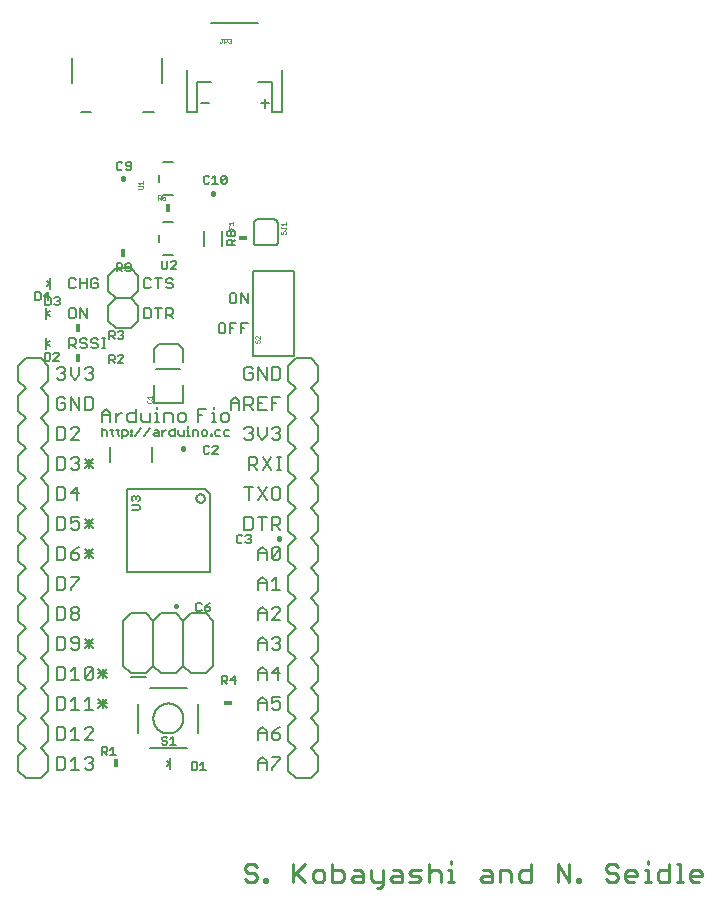
<source format=gbr>
G04 EAGLE Gerber RS-274X export*
G75*
%MOMM*%
%FSLAX34Y34*%
%LPD*%
%INSilkscreen Top*%
%IPPOS*%
%AMOC8*
5,1,8,0,0,1.08239X$1,22.5*%
G01*
%ADD10C,0.203200*%
%ADD11C,0.152400*%
%ADD12C,0.127000*%
%ADD13C,0.279400*%
%ADD14C,0.406400*%
%ADD15R,0.406400X0.711200*%
%ADD16R,0.711200X0.406400*%
%ADD17C,0.025400*%


D10*
X32766Y297443D02*
X32766Y286766D01*
X38105Y286766D01*
X39884Y288546D01*
X39884Y295664D01*
X38105Y297443D01*
X32766Y297443D01*
X44460Y286766D02*
X51578Y286766D01*
X44460Y286766D02*
X51578Y293884D01*
X51578Y295664D01*
X49799Y297443D01*
X46239Y297443D01*
X44460Y295664D01*
X32766Y272043D02*
X32766Y261366D01*
X38105Y261366D01*
X39884Y263146D01*
X39884Y270264D01*
X38105Y272043D01*
X32766Y272043D01*
X44460Y270264D02*
X46239Y272043D01*
X49799Y272043D01*
X51578Y270264D01*
X51578Y268484D01*
X49799Y266705D01*
X48019Y266705D01*
X49799Y266705D02*
X51578Y264925D01*
X51578Y263146D01*
X49799Y261366D01*
X46239Y261366D01*
X44460Y263146D01*
X56154Y270264D02*
X63272Y263146D01*
X56154Y263146D02*
X63272Y270264D01*
X63272Y266705D02*
X56154Y266705D01*
X59713Y263146D02*
X59713Y270264D01*
X32766Y246643D02*
X32766Y235966D01*
X38105Y235966D01*
X39884Y237746D01*
X39884Y244864D01*
X38105Y246643D01*
X32766Y246643D01*
X49799Y246643D02*
X49799Y235966D01*
X44460Y241305D02*
X49799Y246643D01*
X51578Y241305D02*
X44460Y241305D01*
X32766Y221243D02*
X32766Y210566D01*
X38105Y210566D01*
X39884Y212346D01*
X39884Y219464D01*
X38105Y221243D01*
X32766Y221243D01*
X44460Y221243D02*
X51578Y221243D01*
X44460Y221243D02*
X44460Y215905D01*
X48019Y217684D01*
X49799Y217684D01*
X51578Y215905D01*
X51578Y212346D01*
X49799Y210566D01*
X46239Y210566D01*
X44460Y212346D01*
X56154Y219464D02*
X63272Y212346D01*
X56154Y212346D02*
X63272Y219464D01*
X63272Y215905D02*
X56154Y215905D01*
X59713Y212346D02*
X59713Y219464D01*
X32766Y195843D02*
X32766Y185166D01*
X38105Y185166D01*
X39884Y186946D01*
X39884Y194064D01*
X38105Y195843D01*
X32766Y195843D01*
X48019Y194064D02*
X51578Y195843D01*
X48019Y194064D02*
X44460Y190505D01*
X44460Y186946D01*
X46239Y185166D01*
X49799Y185166D01*
X51578Y186946D01*
X51578Y188725D01*
X49799Y190505D01*
X44460Y190505D01*
X56154Y194064D02*
X63272Y186946D01*
X56154Y186946D02*
X63272Y194064D01*
X63272Y190505D02*
X56154Y190505D01*
X59713Y186946D02*
X59713Y194064D01*
X32766Y170443D02*
X32766Y159766D01*
X38105Y159766D01*
X39884Y161546D01*
X39884Y168664D01*
X38105Y170443D01*
X32766Y170443D01*
X44460Y170443D02*
X51578Y170443D01*
X51578Y168664D01*
X44460Y161546D01*
X44460Y159766D01*
X32766Y145043D02*
X32766Y134366D01*
X38105Y134366D01*
X39884Y136146D01*
X39884Y143264D01*
X38105Y145043D01*
X32766Y145043D01*
X44460Y143264D02*
X46239Y145043D01*
X49799Y145043D01*
X51578Y143264D01*
X51578Y141484D01*
X49799Y139705D01*
X51578Y137925D01*
X51578Y136146D01*
X49799Y134366D01*
X46239Y134366D01*
X44460Y136146D01*
X44460Y137925D01*
X46239Y139705D01*
X44460Y141484D01*
X44460Y143264D01*
X46239Y139705D02*
X49799Y139705D01*
X32766Y119643D02*
X32766Y108966D01*
X38105Y108966D01*
X39884Y110746D01*
X39884Y117864D01*
X38105Y119643D01*
X32766Y119643D01*
X44460Y110746D02*
X46239Y108966D01*
X49799Y108966D01*
X51578Y110746D01*
X51578Y117864D01*
X49799Y119643D01*
X46239Y119643D01*
X44460Y117864D01*
X44460Y116084D01*
X46239Y114305D01*
X51578Y114305D01*
X56154Y117864D02*
X63272Y110746D01*
X56154Y110746D02*
X63272Y117864D01*
X63272Y114305D02*
X56154Y114305D01*
X59713Y110746D02*
X59713Y117864D01*
X32766Y94243D02*
X32766Y83566D01*
X38105Y83566D01*
X39884Y85346D01*
X39884Y92464D01*
X38105Y94243D01*
X32766Y94243D01*
X44460Y90684D02*
X48019Y94243D01*
X48019Y83566D01*
X44460Y83566D02*
X51578Y83566D01*
X56154Y85346D02*
X56154Y92464D01*
X57933Y94243D01*
X61493Y94243D01*
X63272Y92464D01*
X63272Y85346D01*
X61493Y83566D01*
X57933Y83566D01*
X56154Y85346D01*
X63272Y92464D01*
X67848Y92464D02*
X74966Y85346D01*
X67848Y85346D02*
X74966Y92464D01*
X74966Y88905D02*
X67848Y88905D01*
X71407Y85346D02*
X71407Y92464D01*
X32766Y68843D02*
X32766Y58166D01*
X38105Y58166D01*
X39884Y59946D01*
X39884Y67064D01*
X38105Y68843D01*
X32766Y68843D01*
X44460Y65284D02*
X48019Y68843D01*
X48019Y58166D01*
X44460Y58166D02*
X51578Y58166D01*
X56154Y65284D02*
X59713Y68843D01*
X59713Y58166D01*
X56154Y58166D02*
X63272Y58166D01*
X67848Y67064D02*
X74966Y59946D01*
X67848Y59946D02*
X74966Y67064D01*
X74966Y63505D02*
X67848Y63505D01*
X71407Y59946D02*
X71407Y67064D01*
X203053Y185166D02*
X203053Y192284D01*
X206612Y195843D01*
X210171Y192284D01*
X210171Y185166D01*
X210171Y190505D02*
X203053Y190505D01*
X214747Y186946D02*
X214747Y194064D01*
X216527Y195843D01*
X220086Y195843D01*
X221865Y194064D01*
X221865Y186946D01*
X220086Y185166D01*
X216527Y185166D01*
X214747Y186946D01*
X221865Y194064D01*
X203053Y166884D02*
X203053Y159766D01*
X203053Y166884D02*
X206612Y170443D01*
X210171Y166884D01*
X210171Y159766D01*
X210171Y165105D02*
X203053Y165105D01*
X214747Y166884D02*
X218306Y170443D01*
X218306Y159766D01*
X214747Y159766D02*
X221865Y159766D01*
X203053Y141484D02*
X203053Y134366D01*
X203053Y141484D02*
X206612Y145043D01*
X210171Y141484D01*
X210171Y134366D01*
X210171Y139705D02*
X203053Y139705D01*
X214747Y134366D02*
X221865Y134366D01*
X214747Y134366D02*
X221865Y141484D01*
X221865Y143264D01*
X220086Y145043D01*
X216527Y145043D01*
X214747Y143264D01*
X203053Y116084D02*
X203053Y108966D01*
X203053Y116084D02*
X206612Y119643D01*
X210171Y116084D01*
X210171Y108966D01*
X210171Y114305D02*
X203053Y114305D01*
X214747Y117864D02*
X216527Y119643D01*
X220086Y119643D01*
X221865Y117864D01*
X221865Y116084D01*
X220086Y114305D01*
X218306Y114305D01*
X220086Y114305D02*
X221865Y112525D01*
X221865Y110746D01*
X220086Y108966D01*
X216527Y108966D01*
X214747Y110746D01*
X203053Y90684D02*
X203053Y83566D01*
X203053Y90684D02*
X206612Y94243D01*
X210171Y90684D01*
X210171Y83566D01*
X210171Y88905D02*
X203053Y88905D01*
X220086Y94243D02*
X220086Y83566D01*
X214747Y88905D02*
X220086Y94243D01*
X221865Y88905D02*
X214747Y88905D01*
X203053Y65284D02*
X203053Y58166D01*
X203053Y65284D02*
X206612Y68843D01*
X210171Y65284D01*
X210171Y58166D01*
X210171Y63505D02*
X203053Y63505D01*
X214747Y68843D02*
X221865Y68843D01*
X214747Y68843D02*
X214747Y63505D01*
X218306Y65284D01*
X220086Y65284D01*
X221865Y63505D01*
X221865Y59946D01*
X220086Y58166D01*
X216527Y58166D01*
X214747Y59946D01*
X203053Y39884D02*
X203053Y32766D01*
X203053Y39884D02*
X206612Y43443D01*
X210171Y39884D01*
X210171Y32766D01*
X210171Y38105D02*
X203053Y38105D01*
X218306Y41664D02*
X221865Y43443D01*
X218306Y41664D02*
X214747Y38105D01*
X214747Y34546D01*
X216527Y32766D01*
X220086Y32766D01*
X221865Y34546D01*
X221865Y36325D01*
X220086Y38105D01*
X214747Y38105D01*
X203053Y14484D02*
X203053Y7366D01*
X203053Y14484D02*
X206612Y18043D01*
X210171Y14484D01*
X210171Y7366D01*
X210171Y12705D02*
X203053Y12705D01*
X214747Y18043D02*
X221865Y18043D01*
X221865Y16264D01*
X214747Y9146D01*
X214747Y7366D01*
D11*
X46994Y398025D02*
X44113Y398025D01*
X42672Y396585D01*
X42672Y390823D01*
X44113Y389382D01*
X46994Y389382D01*
X48434Y390823D01*
X48434Y396585D01*
X46994Y398025D01*
X52027Y398025D02*
X52027Y389382D01*
X57789Y389382D02*
X52027Y398025D01*
X57789Y398025D02*
X57789Y389382D01*
X42672Y372625D02*
X42672Y363982D01*
X42672Y372625D02*
X46994Y372625D01*
X48434Y371185D01*
X48434Y368304D01*
X46994Y366863D01*
X42672Y366863D01*
X45553Y366863D02*
X48434Y363982D01*
X56349Y372625D02*
X57789Y371185D01*
X56349Y372625D02*
X53468Y372625D01*
X52027Y371185D01*
X52027Y369744D01*
X53468Y368304D01*
X56349Y368304D01*
X57789Y366863D01*
X57789Y365423D01*
X56349Y363982D01*
X53468Y363982D01*
X52027Y365423D01*
X65704Y372625D02*
X67145Y371185D01*
X65704Y372625D02*
X62823Y372625D01*
X61382Y371185D01*
X61382Y369744D01*
X62823Y368304D01*
X65704Y368304D01*
X67145Y366863D01*
X67145Y365423D01*
X65704Y363982D01*
X62823Y363982D01*
X61382Y365423D01*
X70738Y363982D02*
X73619Y363982D01*
X72178Y363982D02*
X72178Y372625D01*
X70738Y372625D02*
X73619Y372625D01*
D10*
X32766Y43443D02*
X32766Y32766D01*
X38105Y32766D01*
X39884Y34546D01*
X39884Y41664D01*
X38105Y43443D01*
X32766Y43443D01*
X44460Y39884D02*
X48019Y43443D01*
X48019Y32766D01*
X44460Y32766D02*
X51578Y32766D01*
X56154Y32766D02*
X63272Y32766D01*
X56154Y32766D02*
X63272Y39884D01*
X63272Y41664D01*
X61493Y43443D01*
X57933Y43443D01*
X56154Y41664D01*
X32766Y18043D02*
X32766Y7366D01*
X38105Y7366D01*
X39884Y9146D01*
X39884Y16264D01*
X38105Y18043D01*
X32766Y18043D01*
X44460Y14484D02*
X48019Y18043D01*
X48019Y7366D01*
X44460Y7366D02*
X51578Y7366D01*
X56154Y16264D02*
X57933Y18043D01*
X61493Y18043D01*
X63272Y16264D01*
X63272Y14484D01*
X61493Y12705D01*
X59713Y12705D01*
X61493Y12705D02*
X63272Y10925D01*
X63272Y9146D01*
X61493Y7366D01*
X57933Y7366D01*
X56154Y9146D01*
D12*
X70485Y290195D02*
X70485Y297059D01*
X71629Y294771D02*
X70485Y293627D01*
X71629Y294771D02*
X73917Y294771D01*
X75061Y293627D01*
X75061Y290195D01*
X79113Y291339D02*
X79113Y295915D01*
X79113Y291339D02*
X80257Y290195D01*
X80257Y294771D02*
X77969Y294771D01*
X84103Y295915D02*
X84103Y291339D01*
X85247Y290195D01*
X85247Y294771D02*
X82959Y294771D01*
X87948Y294771D02*
X87948Y287907D01*
X87948Y294771D02*
X91380Y294771D01*
X92524Y293627D01*
X92524Y291339D01*
X91380Y290195D01*
X87948Y290195D01*
X95432Y294771D02*
X96576Y294771D01*
X96576Y293627D01*
X95432Y293627D01*
X95432Y294771D01*
X95432Y291339D02*
X96576Y291339D01*
X96576Y290195D01*
X95432Y290195D01*
X95432Y291339D01*
X99174Y290195D02*
X103750Y297059D01*
X106658Y290195D02*
X111234Y297059D01*
X115287Y294771D02*
X117574Y294771D01*
X118718Y293627D01*
X118718Y290195D01*
X115287Y290195D01*
X114143Y291339D01*
X115287Y292483D01*
X118718Y292483D01*
X121627Y290195D02*
X121627Y294771D01*
X121627Y292483D02*
X123915Y294771D01*
X125059Y294771D01*
X132439Y297059D02*
X132439Y290195D01*
X129007Y290195D01*
X127864Y291339D01*
X127864Y293627D01*
X129007Y294771D01*
X132439Y294771D01*
X135348Y294771D02*
X135348Y291339D01*
X136492Y290195D01*
X139924Y290195D01*
X139924Y294771D01*
X142832Y294771D02*
X143976Y294771D01*
X143976Y290195D01*
X142832Y290195D02*
X145120Y290195D01*
X143976Y297059D02*
X143976Y298203D01*
X147821Y294771D02*
X147821Y290195D01*
X147821Y294771D02*
X151253Y294771D01*
X152397Y293627D01*
X152397Y290195D01*
X156449Y290195D02*
X158737Y290195D01*
X159881Y291339D01*
X159881Y293627D01*
X158737Y294771D01*
X156449Y294771D01*
X155305Y293627D01*
X155305Y291339D01*
X156449Y290195D01*
X162790Y290195D02*
X162790Y291339D01*
X163934Y291339D01*
X163934Y290195D01*
X162790Y290195D01*
X167676Y294771D02*
X171108Y294771D01*
X167676Y294771D02*
X166532Y293627D01*
X166532Y291339D01*
X167676Y290195D01*
X171108Y290195D01*
X175160Y294771D02*
X178592Y294771D01*
X175160Y294771D02*
X174016Y293627D01*
X174016Y291339D01*
X175160Y290195D01*
X178592Y290195D01*
D10*
X39884Y321064D02*
X38105Y322843D01*
X34546Y322843D01*
X32766Y321064D01*
X32766Y313946D01*
X34546Y312166D01*
X38105Y312166D01*
X39884Y313946D01*
X39884Y317505D01*
X36325Y317505D01*
X44460Y322843D02*
X44460Y312166D01*
X51578Y312166D02*
X44460Y322843D01*
X51578Y322843D02*
X51578Y312166D01*
X56154Y312166D02*
X56154Y322843D01*
X56154Y312166D02*
X61493Y312166D01*
X63272Y313946D01*
X63272Y321064D01*
X61493Y322843D01*
X56154Y322843D01*
X152146Y312683D02*
X152146Y302006D01*
X152146Y312683D02*
X159264Y312683D01*
X155705Y307345D02*
X152146Y307345D01*
X163840Y309124D02*
X165619Y309124D01*
X165619Y302006D01*
X163840Y302006D02*
X167399Y302006D01*
X165619Y312683D02*
X165619Y314463D01*
X173415Y302006D02*
X176975Y302006D01*
X178754Y303786D01*
X178754Y307345D01*
X176975Y309124D01*
X173415Y309124D01*
X171636Y307345D01*
X171636Y303786D01*
X173415Y302006D01*
X34546Y348243D02*
X32766Y346464D01*
X34546Y348243D02*
X38105Y348243D01*
X39884Y346464D01*
X39884Y344684D01*
X38105Y342905D01*
X36325Y342905D01*
X38105Y342905D02*
X39884Y341125D01*
X39884Y339346D01*
X38105Y337566D01*
X34546Y337566D01*
X32766Y339346D01*
X44460Y341125D02*
X44460Y348243D01*
X44460Y341125D02*
X48019Y337566D01*
X51578Y341125D01*
X51578Y348243D01*
X56154Y346464D02*
X57933Y348243D01*
X61493Y348243D01*
X63272Y346464D01*
X63272Y344684D01*
X61493Y342905D01*
X59713Y342905D01*
X61493Y342905D02*
X63272Y341125D01*
X63272Y339346D01*
X61493Y337566D01*
X57933Y337566D01*
X56154Y339346D01*
D11*
X48434Y421985D02*
X46994Y423425D01*
X44113Y423425D01*
X42672Y421985D01*
X42672Y416223D01*
X44113Y414782D01*
X46994Y414782D01*
X48434Y416223D01*
X52027Y414782D02*
X52027Y423425D01*
X52027Y419104D02*
X57789Y419104D01*
X57789Y423425D02*
X57789Y414782D01*
X65704Y423425D02*
X67145Y421985D01*
X65704Y423425D02*
X62823Y423425D01*
X61382Y421985D01*
X61382Y416223D01*
X62823Y414782D01*
X65704Y414782D01*
X67145Y416223D01*
X67145Y419104D01*
X64264Y419104D01*
X180342Y410725D02*
X183223Y410725D01*
X180342Y410725D02*
X178902Y409285D01*
X178902Y403523D01*
X180342Y402082D01*
X183223Y402082D01*
X184664Y403523D01*
X184664Y409285D01*
X183223Y410725D01*
X188257Y410725D02*
X188257Y402082D01*
X194019Y402082D02*
X188257Y410725D01*
X194019Y410725D02*
X194019Y402082D01*
X173868Y385325D02*
X170987Y385325D01*
X169546Y383885D01*
X169546Y378123D01*
X170987Y376682D01*
X173868Y376682D01*
X175309Y378123D01*
X175309Y383885D01*
X173868Y385325D01*
X178902Y385325D02*
X178902Y376682D01*
X178902Y385325D02*
X184664Y385325D01*
X181783Y381004D02*
X178902Y381004D01*
X188257Y385325D02*
X188257Y376682D01*
X188257Y385325D02*
X194019Y385325D01*
X191138Y381004D02*
X188257Y381004D01*
D10*
X196698Y348243D02*
X198477Y346464D01*
X196698Y348243D02*
X193139Y348243D01*
X191359Y346464D01*
X191359Y339346D01*
X193139Y337566D01*
X196698Y337566D01*
X198477Y339346D01*
X198477Y342905D01*
X194918Y342905D01*
X203053Y348243D02*
X203053Y337566D01*
X210171Y337566D02*
X203053Y348243D01*
X210171Y348243D02*
X210171Y337566D01*
X214747Y337566D02*
X214747Y348243D01*
X214747Y337566D02*
X220086Y337566D01*
X221865Y339346D01*
X221865Y346464D01*
X220086Y348243D01*
X214747Y348243D01*
X179665Y319284D02*
X179665Y312166D01*
X179665Y319284D02*
X183224Y322843D01*
X186783Y319284D01*
X186783Y312166D01*
X186783Y317505D02*
X179665Y317505D01*
X191359Y322843D02*
X191359Y312166D01*
X191359Y322843D02*
X196698Y322843D01*
X198477Y321064D01*
X198477Y317505D01*
X196698Y315725D01*
X191359Y315725D01*
X194918Y315725D02*
X198477Y312166D01*
X203053Y322843D02*
X210171Y322843D01*
X203053Y322843D02*
X203053Y312166D01*
X210171Y312166D01*
X206612Y317505D02*
X203053Y317505D01*
X214747Y322843D02*
X214747Y312166D01*
X214747Y322843D02*
X221865Y322843D01*
X218306Y317505D02*
X214747Y317505D01*
X193139Y297443D02*
X191359Y295664D01*
X193139Y297443D02*
X196698Y297443D01*
X198477Y295664D01*
X198477Y293884D01*
X196698Y292105D01*
X194918Y292105D01*
X196698Y292105D02*
X198477Y290325D01*
X198477Y288546D01*
X196698Y286766D01*
X193139Y286766D01*
X191359Y288546D01*
X203053Y290325D02*
X203053Y297443D01*
X203053Y290325D02*
X206612Y286766D01*
X210171Y290325D01*
X210171Y297443D01*
X214747Y295664D02*
X216526Y297443D01*
X220086Y297443D01*
X221865Y295664D01*
X221865Y293884D01*
X220086Y292105D01*
X218306Y292105D01*
X220086Y292105D02*
X221865Y290325D01*
X221865Y288546D01*
X220086Y286766D01*
X216526Y286766D01*
X214747Y288546D01*
X195257Y272043D02*
X195257Y261366D01*
X195257Y272043D02*
X200596Y272043D01*
X202375Y270264D01*
X202375Y266705D01*
X200596Y264925D01*
X195257Y264925D01*
X198816Y264925D02*
X202375Y261366D01*
X206951Y272043D02*
X214069Y261366D01*
X206951Y261366D02*
X214069Y272043D01*
X218645Y261366D02*
X222204Y261366D01*
X220424Y261366D02*
X220424Y272043D01*
X218645Y272043D02*
X222204Y272043D01*
X194918Y246643D02*
X194918Y235966D01*
X191359Y246643D02*
X198477Y246643D01*
X203053Y246643D02*
X210171Y235966D01*
X203053Y235966D02*
X210171Y246643D01*
X216526Y246643D02*
X220086Y246643D01*
X216526Y246643D02*
X214747Y244864D01*
X214747Y237746D01*
X216526Y235966D01*
X220086Y235966D01*
X221865Y237746D01*
X221865Y244864D01*
X220086Y246643D01*
X191359Y221243D02*
X191359Y210566D01*
X196698Y210566D01*
X198477Y212346D01*
X198477Y219464D01*
X196698Y221243D01*
X191359Y221243D01*
X206612Y221243D02*
X206612Y210566D01*
X203053Y221243D02*
X210171Y221243D01*
X214747Y221243D02*
X214747Y210566D01*
X214747Y221243D02*
X220086Y221243D01*
X221865Y219464D01*
X221865Y215905D01*
X220086Y214125D01*
X214747Y214125D01*
X218306Y214125D02*
X221865Y210566D01*
D13*
X199396Y-72504D02*
X201896Y-75004D01*
X199396Y-72504D02*
X194397Y-72504D01*
X191897Y-75004D01*
X191897Y-77504D01*
X194397Y-80004D01*
X199396Y-80004D01*
X201896Y-82503D01*
X201896Y-85003D01*
X199396Y-87503D01*
X194397Y-87503D01*
X191897Y-85003D01*
X208269Y-85003D02*
X208269Y-87503D01*
X208269Y-85003D02*
X210768Y-85003D01*
X210768Y-87503D01*
X208269Y-87503D01*
X232826Y-87503D02*
X232826Y-72504D01*
X232826Y-82503D02*
X242825Y-72504D01*
X235326Y-80004D02*
X242825Y-87503D01*
X251697Y-87503D02*
X256697Y-87503D01*
X259197Y-85003D01*
X259197Y-80004D01*
X256697Y-77504D01*
X251697Y-77504D01*
X249197Y-80004D01*
X249197Y-85003D01*
X251697Y-87503D01*
X265569Y-87503D02*
X265569Y-72504D01*
X265569Y-87503D02*
X273068Y-87503D01*
X275568Y-85003D01*
X275568Y-80004D01*
X273068Y-77504D01*
X265569Y-77504D01*
X284440Y-77504D02*
X289440Y-77504D01*
X291940Y-80004D01*
X291940Y-87503D01*
X284440Y-87503D01*
X281941Y-85003D01*
X284440Y-82503D01*
X291940Y-82503D01*
X298312Y-85003D02*
X298312Y-77504D01*
X298312Y-85003D02*
X300812Y-87503D01*
X308311Y-87503D01*
X308311Y-90003D02*
X308311Y-77504D01*
X308311Y-90003D02*
X305812Y-92503D01*
X303312Y-92503D01*
X317184Y-77504D02*
X322183Y-77504D01*
X324683Y-80004D01*
X324683Y-87503D01*
X317184Y-87503D01*
X314684Y-85003D01*
X317184Y-82503D01*
X324683Y-82503D01*
X331055Y-87503D02*
X338555Y-87503D01*
X341054Y-85003D01*
X338555Y-82503D01*
X333555Y-82503D01*
X331055Y-80004D01*
X333555Y-77504D01*
X341054Y-77504D01*
X347427Y-72504D02*
X347427Y-87503D01*
X347427Y-80004D02*
X349927Y-77504D01*
X354926Y-77504D01*
X357426Y-80004D01*
X357426Y-87503D01*
X363798Y-77504D02*
X366298Y-77504D01*
X366298Y-87503D01*
X363798Y-87503D02*
X368798Y-87503D01*
X366298Y-72504D02*
X366298Y-70004D01*
X393584Y-77504D02*
X398584Y-77504D01*
X401084Y-80004D01*
X401084Y-87503D01*
X393584Y-87503D01*
X391084Y-85003D01*
X393584Y-82503D01*
X401084Y-82503D01*
X407456Y-77504D02*
X407456Y-87503D01*
X407456Y-77504D02*
X414955Y-77504D01*
X417455Y-80004D01*
X417455Y-87503D01*
X433827Y-87503D02*
X433827Y-72504D01*
X433827Y-87503D02*
X426327Y-87503D01*
X423827Y-85003D01*
X423827Y-80004D01*
X426327Y-77504D01*
X433827Y-77504D01*
X456571Y-72504D02*
X456571Y-87503D01*
X466570Y-87503D02*
X456571Y-72504D01*
X466570Y-72504D02*
X466570Y-87503D01*
X472942Y-87503D02*
X472942Y-85003D01*
X475442Y-85003D01*
X475442Y-87503D01*
X472942Y-87503D01*
X504999Y-72504D02*
X507499Y-75004D01*
X504999Y-72504D02*
X499999Y-72504D01*
X497500Y-75004D01*
X497500Y-77504D01*
X499999Y-80004D01*
X504999Y-80004D01*
X507499Y-82503D01*
X507499Y-85003D01*
X504999Y-87503D01*
X499999Y-87503D01*
X497500Y-85003D01*
X516371Y-87503D02*
X521370Y-87503D01*
X516371Y-87503D02*
X513871Y-85003D01*
X513871Y-80004D01*
X516371Y-77504D01*
X521370Y-77504D01*
X523870Y-80004D01*
X523870Y-82503D01*
X513871Y-82503D01*
X530243Y-77504D02*
X532742Y-77504D01*
X532742Y-87503D01*
X530243Y-87503D02*
X535242Y-87503D01*
X532742Y-72504D02*
X532742Y-70004D01*
X551156Y-72504D02*
X551156Y-87503D01*
X543657Y-87503D01*
X541157Y-85003D01*
X541157Y-80004D01*
X543657Y-77504D01*
X551156Y-77504D01*
X557529Y-72504D02*
X560028Y-72504D01*
X560028Y-87503D01*
X557529Y-87503D02*
X562528Y-87503D01*
X570943Y-87503D02*
X575942Y-87503D01*
X570943Y-87503D02*
X568443Y-85003D01*
X568443Y-80004D01*
X570943Y-77504D01*
X575942Y-77504D01*
X578442Y-80004D01*
X578442Y-82503D01*
X568443Y-82503D01*
D11*
X106172Y389382D02*
X106172Y398025D01*
X106172Y389382D02*
X110494Y389382D01*
X111934Y390823D01*
X111934Y396585D01*
X110494Y398025D01*
X106172Y398025D01*
X118408Y398025D02*
X118408Y389382D01*
X115527Y398025D02*
X121289Y398025D01*
X124882Y398025D02*
X124882Y389382D01*
X124882Y398025D02*
X129204Y398025D01*
X130645Y396585D01*
X130645Y393704D01*
X129204Y392263D01*
X124882Y392263D01*
X127764Y392263D02*
X130645Y389382D01*
X111934Y421985D02*
X110494Y423425D01*
X107613Y423425D01*
X106172Y421985D01*
X106172Y416223D01*
X107613Y414782D01*
X110494Y414782D01*
X111934Y416223D01*
X118408Y414782D02*
X118408Y423425D01*
X115527Y423425D02*
X121289Y423425D01*
X129204Y423425D02*
X130645Y421985D01*
X129204Y423425D02*
X126323Y423425D01*
X124882Y421985D01*
X124882Y420544D01*
X126323Y419104D01*
X129204Y419104D01*
X130645Y417663D01*
X130645Y416223D01*
X129204Y414782D01*
X126323Y414782D01*
X124882Y416223D01*
D10*
X70866Y309124D02*
X70866Y302006D01*
X70866Y309124D02*
X74425Y312683D01*
X77984Y309124D01*
X77984Y302006D01*
X77984Y307345D02*
X70866Y307345D01*
X82560Y309124D02*
X82560Y302006D01*
X82560Y305565D02*
X86119Y309124D01*
X87899Y309124D01*
X99423Y312683D02*
X99423Y302006D01*
X94084Y302006D01*
X92305Y303786D01*
X92305Y307345D01*
X94084Y309124D01*
X99423Y309124D01*
X103999Y309124D02*
X103999Y303786D01*
X105778Y302006D01*
X111117Y302006D01*
X111117Y309124D01*
X115693Y309124D02*
X117472Y309124D01*
X117472Y302006D01*
X115693Y302006D02*
X119252Y302006D01*
X117472Y312683D02*
X117472Y314463D01*
X123489Y309124D02*
X123489Y302006D01*
X123489Y309124D02*
X128827Y309124D01*
X130607Y307345D01*
X130607Y302006D01*
X136962Y302006D02*
X140521Y302006D01*
X142301Y303786D01*
X142301Y307345D01*
X140521Y309124D01*
X136962Y309124D01*
X135183Y307345D01*
X135183Y303786D01*
X136962Y302006D01*
X205486Y571505D02*
X212604Y571505D01*
X209045Y575064D02*
X209045Y567946D01*
X161804Y571505D02*
X154686Y571505D01*
D11*
X161950Y174600D02*
X91850Y174600D01*
X91850Y244700D01*
X158400Y244700D01*
X161950Y241150D02*
X161950Y174600D01*
X161950Y241150D02*
X158400Y244700D01*
X150740Y237082D02*
X150742Y237201D01*
X150748Y237321D01*
X150758Y237440D01*
X150772Y237558D01*
X150790Y237676D01*
X150811Y237794D01*
X150837Y237910D01*
X150866Y238026D01*
X150900Y238141D01*
X150937Y238254D01*
X150978Y238366D01*
X151022Y238477D01*
X151070Y238587D01*
X151122Y238694D01*
X151177Y238800D01*
X151236Y238904D01*
X151299Y239006D01*
X151364Y239105D01*
X151433Y239203D01*
X151505Y239298D01*
X151580Y239391D01*
X151659Y239481D01*
X151740Y239569D01*
X151824Y239653D01*
X151911Y239735D01*
X152000Y239814D01*
X152092Y239890D01*
X152187Y239963D01*
X152284Y240033D01*
X152383Y240099D01*
X152485Y240162D01*
X152588Y240222D01*
X152693Y240278D01*
X152800Y240331D01*
X152909Y240380D01*
X153020Y240426D01*
X153132Y240467D01*
X153245Y240505D01*
X153359Y240540D01*
X153475Y240570D01*
X153591Y240597D01*
X153708Y240619D01*
X153826Y240638D01*
X153945Y240653D01*
X154064Y240664D01*
X154183Y240671D01*
X154302Y240674D01*
X154422Y240673D01*
X154541Y240668D01*
X154660Y240659D01*
X154779Y240646D01*
X154897Y240629D01*
X155014Y240609D01*
X155131Y240584D01*
X155247Y240555D01*
X155362Y240523D01*
X155476Y240487D01*
X155589Y240447D01*
X155700Y240403D01*
X155809Y240356D01*
X155917Y240305D01*
X156024Y240251D01*
X156128Y240193D01*
X156230Y240131D01*
X156331Y240067D01*
X156429Y239998D01*
X156525Y239927D01*
X156618Y239853D01*
X156709Y239775D01*
X156797Y239695D01*
X156882Y239611D01*
X156965Y239525D01*
X157045Y239436D01*
X157122Y239345D01*
X157195Y239251D01*
X157266Y239154D01*
X157333Y239056D01*
X157397Y238955D01*
X157458Y238852D01*
X157515Y238747D01*
X157568Y238641D01*
X157618Y238532D01*
X157665Y238422D01*
X157707Y238311D01*
X157746Y238198D01*
X157782Y238084D01*
X157813Y237968D01*
X157840Y237852D01*
X157864Y237735D01*
X157884Y237617D01*
X157900Y237499D01*
X157912Y237380D01*
X157920Y237261D01*
X157924Y237142D01*
X157924Y237022D01*
X157920Y236903D01*
X157912Y236784D01*
X157900Y236665D01*
X157884Y236547D01*
X157864Y236429D01*
X157840Y236312D01*
X157813Y236196D01*
X157782Y236080D01*
X157746Y235966D01*
X157707Y235853D01*
X157665Y235742D01*
X157618Y235632D01*
X157568Y235523D01*
X157515Y235417D01*
X157458Y235312D01*
X157397Y235209D01*
X157333Y235108D01*
X157266Y235010D01*
X157195Y234913D01*
X157122Y234819D01*
X157045Y234728D01*
X156965Y234639D01*
X156882Y234553D01*
X156797Y234469D01*
X156709Y234389D01*
X156618Y234311D01*
X156525Y234237D01*
X156429Y234166D01*
X156331Y234097D01*
X156230Y234033D01*
X156128Y233971D01*
X156024Y233913D01*
X155917Y233859D01*
X155809Y233808D01*
X155700Y233761D01*
X155589Y233717D01*
X155476Y233677D01*
X155362Y233641D01*
X155247Y233609D01*
X155131Y233580D01*
X155014Y233555D01*
X154897Y233535D01*
X154779Y233518D01*
X154660Y233505D01*
X154541Y233496D01*
X154422Y233491D01*
X154302Y233490D01*
X154183Y233493D01*
X154064Y233500D01*
X153945Y233511D01*
X153826Y233526D01*
X153708Y233545D01*
X153591Y233567D01*
X153475Y233594D01*
X153359Y233624D01*
X153245Y233659D01*
X153132Y233697D01*
X153020Y233738D01*
X152909Y233784D01*
X152800Y233833D01*
X152693Y233886D01*
X152588Y233942D01*
X152485Y234002D01*
X152383Y234065D01*
X152284Y234131D01*
X152187Y234201D01*
X152092Y234274D01*
X152000Y234350D01*
X151911Y234429D01*
X151824Y234511D01*
X151740Y234595D01*
X151659Y234683D01*
X151580Y234773D01*
X151505Y234866D01*
X151433Y234961D01*
X151364Y235059D01*
X151299Y235158D01*
X151236Y235260D01*
X151177Y235364D01*
X151122Y235470D01*
X151070Y235577D01*
X151022Y235687D01*
X150978Y235798D01*
X150937Y235910D01*
X150900Y236023D01*
X150866Y236138D01*
X150837Y236254D01*
X150811Y236370D01*
X150790Y236488D01*
X150772Y236606D01*
X150758Y236724D01*
X150748Y236843D01*
X150742Y236963D01*
X150740Y237082D01*
D12*
X101599Y226967D02*
X95879Y226967D01*
X101599Y226967D02*
X102743Y228111D01*
X102743Y230399D01*
X101599Y231543D01*
X95879Y231543D01*
X97023Y234451D02*
X95879Y235595D01*
X95879Y237883D01*
X97023Y239027D01*
X98167Y239027D01*
X99311Y237883D01*
X99311Y236739D01*
X99311Y237883D02*
X100455Y239027D01*
X101599Y239027D01*
X102743Y237883D01*
X102743Y235595D01*
X101599Y234451D01*
D14*
X139700Y279095D02*
X139700Y279705D01*
D12*
X160277Y281819D02*
X161421Y280675D01*
X160277Y281819D02*
X157989Y281819D01*
X156845Y280675D01*
X156845Y276099D01*
X157989Y274955D01*
X160277Y274955D01*
X161421Y276099D01*
X164329Y274955D02*
X168905Y274955D01*
X164329Y274955D02*
X168905Y279531D01*
X168905Y280675D01*
X167761Y281819D01*
X165473Y281819D01*
X164329Y280675D01*
D10*
X88900Y95250D02*
X95250Y88900D01*
X107950Y88900D02*
X114300Y95250D01*
X120650Y88900D01*
X133350Y88900D02*
X139700Y95250D01*
X146050Y88900D01*
X158750Y88900D02*
X165100Y95250D01*
X88900Y95250D02*
X88900Y133350D01*
X95250Y139700D01*
X107950Y139700D01*
X114300Y133350D01*
X120650Y139700D01*
X133350Y139700D01*
X139700Y133350D01*
X146050Y139700D01*
X158750Y139700D01*
X165100Y133350D01*
X114300Y133350D02*
X114300Y95250D01*
X139700Y95250D02*
X139700Y133350D01*
X165100Y133350D02*
X165100Y95250D01*
X158750Y88900D02*
X146050Y88900D01*
X133350Y88900D02*
X120650Y88900D01*
X107950Y88900D02*
X95250Y88900D01*
X95250Y85550D02*
X107950Y85550D01*
D15*
X50800Y355600D03*
D12*
X76835Y358654D02*
X76835Y351790D01*
X76835Y358654D02*
X80267Y358654D01*
X81411Y357510D01*
X81411Y355222D01*
X80267Y354078D01*
X76835Y354078D01*
X79123Y354078D02*
X81411Y351790D01*
X84319Y351790D02*
X88895Y351790D01*
X84319Y351790D02*
X88895Y356366D01*
X88895Y357510D01*
X87751Y358654D01*
X85463Y358654D01*
X84319Y357510D01*
D10*
X23700Y368300D02*
X23700Y372900D01*
X23700Y368300D02*
X23700Y363700D01*
X23700Y368300D02*
X26800Y370638D01*
X23854Y368046D02*
X26800Y366116D01*
D12*
X22225Y360559D02*
X22225Y353695D01*
X25657Y353695D01*
X26801Y354839D01*
X26801Y359415D01*
X25657Y360559D01*
X22225Y360559D01*
X29709Y353695D02*
X34285Y353695D01*
X29709Y353695D02*
X34285Y358271D01*
X34285Y359415D01*
X33141Y360559D01*
X30853Y360559D01*
X29709Y359415D01*
D15*
X50800Y381000D03*
D12*
X76835Y378974D02*
X76835Y372110D01*
X76835Y378974D02*
X80267Y378974D01*
X81411Y377830D01*
X81411Y375542D01*
X80267Y374398D01*
X76835Y374398D01*
X79123Y374398D02*
X81411Y372110D01*
X84319Y377830D02*
X85463Y378974D01*
X87751Y378974D01*
X88895Y377830D01*
X88895Y376686D01*
X87751Y375542D01*
X86607Y375542D01*
X87751Y375542D02*
X88895Y374398D01*
X88895Y373254D01*
X87751Y372110D01*
X85463Y372110D01*
X84319Y373254D01*
D10*
X23700Y393700D02*
X23700Y398300D01*
X23700Y393700D02*
X23700Y389100D01*
X23700Y393700D02*
X26800Y396038D01*
X23854Y393446D02*
X26800Y391516D01*
D12*
X22860Y400685D02*
X22860Y407549D01*
X22860Y400685D02*
X26292Y400685D01*
X27436Y401829D01*
X27436Y406405D01*
X26292Y407549D01*
X22860Y407549D01*
X30344Y406405D02*
X31488Y407549D01*
X33776Y407549D01*
X34920Y406405D01*
X34920Y405261D01*
X33776Y404117D01*
X32632Y404117D01*
X33776Y404117D02*
X34920Y402973D01*
X34920Y401829D01*
X33776Y400685D01*
X31488Y400685D01*
X30344Y401829D01*
D15*
X82550Y12700D03*
D12*
X70485Y19685D02*
X70485Y26549D01*
X73917Y26549D01*
X75061Y25405D01*
X75061Y23117D01*
X73917Y21973D01*
X70485Y21973D01*
X72773Y21973D02*
X75061Y19685D01*
X77969Y24261D02*
X80257Y26549D01*
X80257Y19685D01*
X77969Y19685D02*
X82545Y19685D01*
D16*
X177800Y63500D03*
D12*
X172085Y80010D02*
X172085Y86874D01*
X175517Y86874D01*
X176661Y85730D01*
X176661Y83442D01*
X175517Y82298D01*
X172085Y82298D01*
X174373Y82298D02*
X176661Y80010D01*
X183001Y80010D02*
X183001Y86874D01*
X179569Y83442D01*
X184145Y83442D01*
D10*
X113250Y267820D02*
X113250Y280820D01*
X77250Y280820D02*
X77250Y267820D01*
X128700Y12700D02*
X128700Y8100D01*
X128700Y12700D02*
X128700Y17300D01*
X128700Y12700D02*
X125600Y10362D01*
X128546Y12954D02*
X125600Y14884D01*
D12*
X146685Y13849D02*
X146685Y6985D01*
X150117Y6985D01*
X151261Y8129D01*
X151261Y12705D01*
X150117Y13849D01*
X146685Y13849D01*
X154169Y11561D02*
X156457Y13849D01*
X156457Y6985D01*
X154169Y6985D02*
X158745Y6985D01*
D14*
X133350Y145745D02*
X133350Y146355D01*
D12*
X153927Y148469D02*
X155071Y147325D01*
X153927Y148469D02*
X151639Y148469D01*
X150495Y147325D01*
X150495Y142749D01*
X151639Y141605D01*
X153927Y141605D01*
X155071Y142749D01*
X160267Y147325D02*
X162555Y148469D01*
X160267Y147325D02*
X157979Y145037D01*
X157979Y142749D01*
X159123Y141605D01*
X161411Y141605D01*
X162555Y142749D01*
X162555Y143893D01*
X161411Y145037D01*
X157979Y145037D01*
D10*
X25400Y184150D02*
X25400Y196850D01*
X25400Y184150D02*
X19050Y177800D01*
X6350Y177800D02*
X0Y184150D01*
X25400Y222250D02*
X19050Y228600D01*
X25400Y222250D02*
X25400Y209550D01*
X19050Y203200D01*
X6350Y203200D02*
X0Y209550D01*
X0Y222250D01*
X6350Y228600D01*
X19050Y203200D02*
X25400Y196850D01*
X6350Y203200D02*
X0Y196850D01*
X0Y184150D01*
X25400Y260350D02*
X25400Y273050D01*
X25400Y260350D02*
X19050Y254000D01*
X6350Y254000D02*
X0Y260350D01*
X19050Y254000D02*
X25400Y247650D01*
X25400Y234950D01*
X19050Y228600D01*
X6350Y228600D02*
X0Y234950D01*
X0Y247650D01*
X6350Y254000D01*
X25400Y298450D02*
X19050Y304800D01*
X25400Y298450D02*
X25400Y285750D01*
X19050Y279400D01*
X6350Y279400D02*
X0Y285750D01*
X0Y298450D01*
X6350Y304800D01*
X19050Y279400D02*
X25400Y273050D01*
X6350Y279400D02*
X0Y273050D01*
X0Y260350D01*
X25400Y336550D02*
X25400Y349250D01*
X25400Y336550D02*
X19050Y330200D01*
X6350Y330200D02*
X0Y336550D01*
X19050Y330200D02*
X25400Y323850D01*
X25400Y311150D01*
X19050Y304800D01*
X6350Y304800D02*
X0Y311150D01*
X0Y323850D01*
X6350Y330200D01*
X6350Y355600D02*
X19050Y355600D01*
X25400Y349250D01*
X6350Y355600D02*
X0Y349250D01*
X0Y336550D01*
X25400Y19050D02*
X25400Y6350D01*
X19050Y0D01*
X6350Y0D02*
X0Y6350D01*
X25400Y44450D02*
X19050Y50800D01*
X25400Y44450D02*
X25400Y31750D01*
X19050Y25400D01*
X6350Y25400D02*
X0Y31750D01*
X0Y44450D01*
X6350Y50800D01*
X19050Y25400D02*
X25400Y19050D01*
X6350Y25400D02*
X0Y19050D01*
X0Y6350D01*
X25400Y82550D02*
X25400Y95250D01*
X25400Y82550D02*
X19050Y76200D01*
X6350Y76200D02*
X0Y82550D01*
X19050Y76200D02*
X25400Y69850D01*
X25400Y57150D01*
X19050Y50800D01*
X6350Y50800D02*
X0Y57150D01*
X0Y69850D01*
X6350Y76200D01*
X25400Y120650D02*
X19050Y127000D01*
X25400Y120650D02*
X25400Y107950D01*
X19050Y101600D01*
X6350Y101600D02*
X0Y107950D01*
X0Y120650D01*
X6350Y127000D01*
X19050Y101600D02*
X25400Y95250D01*
X6350Y101600D02*
X0Y95250D01*
X0Y82550D01*
X25400Y158750D02*
X25400Y171450D01*
X25400Y158750D02*
X19050Y152400D01*
X6350Y152400D02*
X0Y158750D01*
X19050Y152400D02*
X25400Y146050D01*
X25400Y133350D01*
X19050Y127000D01*
X6350Y127000D02*
X0Y133350D01*
X0Y146050D01*
X6350Y152400D01*
X25400Y171450D02*
X19050Y177800D01*
X6350Y177800D02*
X0Y171450D01*
X0Y158750D01*
X6350Y0D02*
X19050Y0D01*
D16*
X190500Y457200D03*
D12*
X183515Y451485D02*
X176651Y451485D01*
X176651Y454917D01*
X177795Y456061D01*
X180083Y456061D01*
X181227Y454917D01*
X181227Y451485D01*
X181227Y453773D02*
X183515Y456061D01*
X177795Y458969D02*
X176651Y460113D01*
X176651Y462401D01*
X177795Y463545D01*
X178939Y463545D01*
X180083Y462401D01*
X181227Y463545D01*
X182371Y463545D01*
X183515Y462401D01*
X183515Y460113D01*
X182371Y458969D01*
X181227Y458969D01*
X180083Y460113D01*
X178939Y458969D01*
X177795Y458969D01*
X180083Y460113D02*
X180083Y462401D01*
D10*
X131294Y471424D02*
X122706Y471424D01*
X122706Y442976D02*
X131294Y442976D01*
X118896Y454516D02*
X118896Y459884D01*
D12*
X121557Y438156D02*
X121557Y432436D01*
X122701Y431292D01*
X124989Y431292D01*
X126133Y432436D01*
X126133Y438156D01*
X129041Y431292D02*
X133617Y431292D01*
X129041Y431292D02*
X133617Y435868D01*
X133617Y437012D01*
X132473Y438156D01*
X130185Y438156D01*
X129041Y437012D01*
D14*
X88900Y507695D02*
X88900Y508305D01*
D12*
X88033Y520832D02*
X86889Y521976D01*
X84601Y521976D01*
X83457Y520832D01*
X83457Y516256D01*
X84601Y515112D01*
X86889Y515112D01*
X88033Y516256D01*
X90941Y516256D02*
X92085Y515112D01*
X94373Y515112D01*
X95517Y516256D01*
X95517Y520832D01*
X94373Y521976D01*
X92085Y521976D01*
X90941Y520832D01*
X90941Y519688D01*
X92085Y518544D01*
X95517Y518544D01*
D14*
X165100Y495605D02*
X165100Y494995D01*
D12*
X161421Y509275D02*
X160277Y510419D01*
X157989Y510419D01*
X156845Y509275D01*
X156845Y504699D01*
X157989Y503555D01*
X160277Y503555D01*
X161421Y504699D01*
X164329Y508131D02*
X166617Y510419D01*
X166617Y503555D01*
X164329Y503555D02*
X168905Y503555D01*
X171813Y504699D02*
X171813Y509275D01*
X172957Y510419D01*
X175245Y510419D01*
X176389Y509275D01*
X176389Y504699D01*
X175245Y503555D01*
X172957Y503555D01*
X171813Y504699D01*
X176389Y509275D01*
D10*
X27100Y419100D02*
X27100Y414500D01*
X27100Y419100D02*
X27100Y423700D01*
X27100Y419100D02*
X24000Y416762D01*
X26946Y419354D02*
X24000Y421284D01*
D12*
X14242Y411486D02*
X14242Y404622D01*
X17674Y404622D01*
X18818Y405766D01*
X18818Y410342D01*
X17674Y411486D01*
X14242Y411486D01*
X25158Y411486D02*
X25158Y404622D01*
X21726Y408054D02*
X25158Y411486D01*
X26302Y408054D02*
X21726Y408054D01*
D15*
X88900Y444500D03*
D12*
X83185Y436124D02*
X83185Y429260D01*
X83185Y436124D02*
X86617Y436124D01*
X87761Y434980D01*
X87761Y432692D01*
X86617Y431548D01*
X83185Y431548D01*
X85473Y431548D02*
X87761Y429260D01*
X90669Y430404D02*
X91813Y429260D01*
X94101Y429260D01*
X95245Y430404D01*
X95245Y434980D01*
X94101Y436124D01*
X91813Y436124D01*
X90669Y434980D01*
X90669Y433836D01*
X91813Y432692D01*
X95245Y432692D01*
D10*
X121820Y588900D02*
X121820Y609900D01*
X114820Y563900D02*
X105820Y563900D01*
X61820Y563900D02*
X52820Y563900D01*
X45820Y588900D02*
X45820Y609900D01*
X157480Y463550D02*
X157480Y450850D01*
X172720Y450850D02*
X172720Y463550D01*
D17*
X177924Y465083D02*
X181737Y465083D01*
X177924Y465083D02*
X177924Y467625D01*
X179830Y466354D02*
X179830Y465083D01*
X179195Y468825D02*
X177924Y470096D01*
X181737Y470096D01*
X181737Y468825D02*
X181737Y471367D01*
D10*
X139000Y332900D02*
X139000Y317900D01*
X115000Y317900D01*
X115000Y332900D01*
X139000Y352900D02*
X139000Y363900D01*
X135000Y367900D01*
X119000Y367900D01*
X115000Y363900D01*
X115000Y352900D01*
D12*
X116840Y346710D02*
X137160Y346710D01*
D17*
X109885Y320169D02*
X109250Y319534D01*
X109250Y318263D01*
X109885Y317627D01*
X112427Y317627D01*
X113063Y318263D01*
X113063Y319534D01*
X112427Y320169D01*
X110521Y321369D02*
X109250Y322640D01*
X113063Y322640D01*
X113063Y321369D02*
X113063Y323911D01*
D10*
X152400Y63200D02*
X152400Y38100D01*
X142400Y25400D02*
X111600Y25400D01*
X101600Y38400D02*
X101600Y63200D01*
X111600Y76200D02*
X142400Y76200D01*
X114300Y50800D02*
X114304Y51112D01*
X114315Y51423D01*
X114334Y51734D01*
X114361Y52045D01*
X114396Y52355D01*
X114437Y52663D01*
X114487Y52971D01*
X114544Y53278D01*
X114609Y53583D01*
X114681Y53886D01*
X114760Y54187D01*
X114847Y54487D01*
X114941Y54784D01*
X115042Y55079D01*
X115151Y55371D01*
X115267Y55660D01*
X115390Y55947D01*
X115519Y56230D01*
X115656Y56510D01*
X115800Y56787D01*
X115950Y57060D01*
X116107Y57329D01*
X116270Y57594D01*
X116440Y57856D01*
X116617Y58113D01*
X116799Y58365D01*
X116988Y58613D01*
X117183Y58857D01*
X117383Y59095D01*
X117590Y59329D01*
X117802Y59557D01*
X118020Y59780D01*
X118243Y59998D01*
X118471Y60210D01*
X118705Y60417D01*
X118943Y60617D01*
X119187Y60812D01*
X119435Y61001D01*
X119687Y61183D01*
X119944Y61360D01*
X120206Y61530D01*
X120471Y61693D01*
X120740Y61850D01*
X121013Y62000D01*
X121290Y62144D01*
X121570Y62281D01*
X121853Y62410D01*
X122140Y62533D01*
X122429Y62649D01*
X122721Y62758D01*
X123016Y62859D01*
X123313Y62953D01*
X123613Y63040D01*
X123914Y63119D01*
X124217Y63191D01*
X124522Y63256D01*
X124829Y63313D01*
X125137Y63363D01*
X125445Y63404D01*
X125755Y63439D01*
X126066Y63466D01*
X126377Y63485D01*
X126688Y63496D01*
X127000Y63500D01*
X127312Y63496D01*
X127623Y63485D01*
X127934Y63466D01*
X128245Y63439D01*
X128555Y63404D01*
X128863Y63363D01*
X129171Y63313D01*
X129478Y63256D01*
X129783Y63191D01*
X130086Y63119D01*
X130387Y63040D01*
X130687Y62953D01*
X130984Y62859D01*
X131279Y62758D01*
X131571Y62649D01*
X131860Y62533D01*
X132147Y62410D01*
X132430Y62281D01*
X132710Y62144D01*
X132987Y62000D01*
X133260Y61850D01*
X133529Y61693D01*
X133794Y61530D01*
X134056Y61360D01*
X134313Y61183D01*
X134565Y61001D01*
X134813Y60812D01*
X135057Y60617D01*
X135295Y60417D01*
X135529Y60210D01*
X135757Y59998D01*
X135980Y59780D01*
X136198Y59557D01*
X136410Y59329D01*
X136617Y59095D01*
X136817Y58857D01*
X137012Y58613D01*
X137201Y58365D01*
X137383Y58113D01*
X137560Y57856D01*
X137730Y57594D01*
X137893Y57329D01*
X138050Y57060D01*
X138200Y56787D01*
X138344Y56510D01*
X138481Y56230D01*
X138610Y55947D01*
X138733Y55660D01*
X138849Y55371D01*
X138958Y55079D01*
X139059Y54784D01*
X139153Y54487D01*
X139240Y54187D01*
X139319Y53886D01*
X139391Y53583D01*
X139456Y53278D01*
X139513Y52971D01*
X139563Y52663D01*
X139604Y52355D01*
X139639Y52045D01*
X139666Y51734D01*
X139685Y51423D01*
X139696Y51112D01*
X139700Y50800D01*
X139696Y50488D01*
X139685Y50177D01*
X139666Y49866D01*
X139639Y49555D01*
X139604Y49245D01*
X139563Y48937D01*
X139513Y48629D01*
X139456Y48322D01*
X139391Y48017D01*
X139319Y47714D01*
X139240Y47413D01*
X139153Y47113D01*
X139059Y46816D01*
X138958Y46521D01*
X138849Y46229D01*
X138733Y45940D01*
X138610Y45653D01*
X138481Y45370D01*
X138344Y45090D01*
X138200Y44813D01*
X138050Y44540D01*
X137893Y44271D01*
X137730Y44006D01*
X137560Y43744D01*
X137383Y43487D01*
X137201Y43235D01*
X137012Y42987D01*
X136817Y42743D01*
X136617Y42505D01*
X136410Y42271D01*
X136198Y42043D01*
X135980Y41820D01*
X135757Y41602D01*
X135529Y41390D01*
X135295Y41183D01*
X135057Y40983D01*
X134813Y40788D01*
X134565Y40599D01*
X134313Y40417D01*
X134056Y40240D01*
X133794Y40070D01*
X133529Y39907D01*
X133260Y39750D01*
X132987Y39600D01*
X132710Y39456D01*
X132430Y39319D01*
X132147Y39190D01*
X131860Y39067D01*
X131571Y38951D01*
X131279Y38842D01*
X130984Y38741D01*
X130687Y38647D01*
X130387Y38560D01*
X130086Y38481D01*
X129783Y38409D01*
X129478Y38344D01*
X129171Y38287D01*
X128863Y38237D01*
X128555Y38196D01*
X128245Y38161D01*
X127934Y38134D01*
X127623Y38115D01*
X127312Y38104D01*
X127000Y38100D01*
X126688Y38104D01*
X126377Y38115D01*
X126066Y38134D01*
X125755Y38161D01*
X125445Y38196D01*
X125137Y38237D01*
X124829Y38287D01*
X124522Y38344D01*
X124217Y38409D01*
X123914Y38481D01*
X123613Y38560D01*
X123313Y38647D01*
X123016Y38741D01*
X122721Y38842D01*
X122429Y38951D01*
X122140Y39067D01*
X121853Y39190D01*
X121570Y39319D01*
X121290Y39456D01*
X121013Y39600D01*
X120740Y39750D01*
X120471Y39907D01*
X120206Y40070D01*
X119944Y40240D01*
X119687Y40417D01*
X119435Y40599D01*
X119187Y40788D01*
X118943Y40983D01*
X118705Y41183D01*
X118471Y41390D01*
X118243Y41602D01*
X118020Y41820D01*
X117802Y42043D01*
X117590Y42271D01*
X117383Y42505D01*
X117183Y42743D01*
X116988Y42987D01*
X116799Y43235D01*
X116617Y43487D01*
X116440Y43744D01*
X116270Y44006D01*
X116107Y44271D01*
X115950Y44540D01*
X115800Y44813D01*
X115656Y45090D01*
X115519Y45370D01*
X115390Y45653D01*
X115267Y45940D01*
X115151Y46229D01*
X115042Y46521D01*
X114941Y46816D01*
X114847Y47113D01*
X114760Y47413D01*
X114681Y47714D01*
X114609Y48017D01*
X114544Y48322D01*
X114487Y48629D01*
X114437Y48937D01*
X114396Y49245D01*
X114361Y49555D01*
X114334Y49866D01*
X114315Y50177D01*
X114304Y50488D01*
X114300Y50800D01*
D12*
X124717Y35439D02*
X125861Y34295D01*
X124717Y35439D02*
X122429Y35439D01*
X121285Y34295D01*
X121285Y33151D01*
X122429Y32007D01*
X124717Y32007D01*
X125861Y30863D01*
X125861Y29719D01*
X124717Y28575D01*
X122429Y28575D01*
X121285Y29719D01*
X128769Y33151D02*
X131057Y35439D01*
X131057Y28575D01*
X128769Y28575D02*
X133345Y28575D01*
D10*
X142880Y564600D02*
X142880Y599600D01*
X142880Y564600D02*
X150880Y564600D01*
X150880Y589600D01*
X162880Y589600D01*
X202880Y589600D02*
X214880Y589600D01*
X214880Y564600D01*
X222880Y564600D01*
X222880Y599600D01*
X202880Y639600D02*
X162880Y639600D01*
D17*
X170307Y623063D02*
X170943Y622427D01*
X171578Y622427D01*
X172214Y623063D01*
X172214Y626240D01*
X172849Y626240D02*
X171578Y626240D01*
X174049Y626240D02*
X174049Y622427D01*
X174049Y626240D02*
X175956Y626240D01*
X176591Y625605D01*
X176591Y624334D01*
X175956Y623698D01*
X174049Y623698D01*
X177791Y625605D02*
X178427Y626240D01*
X179698Y626240D01*
X180333Y625605D01*
X180333Y624969D01*
X179698Y624334D01*
X179062Y624334D01*
X179698Y624334D02*
X180333Y623698D01*
X180333Y623063D01*
X179698Y622427D01*
X178427Y622427D01*
X177791Y623063D01*
D10*
X254000Y196850D02*
X254000Y184150D01*
X247650Y177800D01*
X234950Y177800D02*
X228600Y184150D01*
X254000Y222250D02*
X247650Y228600D01*
X254000Y222250D02*
X254000Y209550D01*
X247650Y203200D01*
X234950Y203200D02*
X228600Y209550D01*
X228600Y222250D01*
X234950Y228600D01*
X247650Y203200D02*
X254000Y196850D01*
X234950Y203200D02*
X228600Y196850D01*
X228600Y184150D01*
X254000Y260350D02*
X254000Y273050D01*
X254000Y260350D02*
X247650Y254000D01*
X234950Y254000D02*
X228600Y260350D01*
X247650Y254000D02*
X254000Y247650D01*
X254000Y234950D01*
X247650Y228600D01*
X234950Y228600D02*
X228600Y234950D01*
X228600Y247650D01*
X234950Y254000D01*
X254000Y298450D02*
X247650Y304800D01*
X254000Y298450D02*
X254000Y285750D01*
X247650Y279400D01*
X234950Y279400D02*
X228600Y285750D01*
X228600Y298450D01*
X234950Y304800D01*
X247650Y279400D02*
X254000Y273050D01*
X234950Y279400D02*
X228600Y273050D01*
X228600Y260350D01*
X254000Y336550D02*
X254000Y349250D01*
X254000Y336550D02*
X247650Y330200D01*
X234950Y330200D02*
X228600Y336550D01*
X247650Y330200D02*
X254000Y323850D01*
X254000Y311150D01*
X247650Y304800D01*
X234950Y304800D02*
X228600Y311150D01*
X228600Y323850D01*
X234950Y330200D01*
X234950Y355600D02*
X247650Y355600D01*
X254000Y349250D01*
X234950Y355600D02*
X228600Y349250D01*
X228600Y336550D01*
X254000Y19050D02*
X254000Y6350D01*
X247650Y0D01*
X234950Y0D02*
X228600Y6350D01*
X254000Y44450D02*
X247650Y50800D01*
X254000Y44450D02*
X254000Y31750D01*
X247650Y25400D01*
X234950Y25400D02*
X228600Y31750D01*
X228600Y44450D01*
X234950Y50800D01*
X247650Y25400D02*
X254000Y19050D01*
X234950Y25400D02*
X228600Y19050D01*
X228600Y6350D01*
X254000Y82550D02*
X254000Y95250D01*
X254000Y82550D02*
X247650Y76200D01*
X234950Y76200D02*
X228600Y82550D01*
X247650Y76200D02*
X254000Y69850D01*
X254000Y57150D01*
X247650Y50800D01*
X234950Y50800D02*
X228600Y57150D01*
X228600Y69850D01*
X234950Y76200D01*
X254000Y120650D02*
X247650Y127000D01*
X254000Y120650D02*
X254000Y107950D01*
X247650Y101600D01*
X234950Y101600D02*
X228600Y107950D01*
X228600Y120650D01*
X234950Y127000D01*
X247650Y101600D02*
X254000Y95250D01*
X234950Y101600D02*
X228600Y95250D01*
X228600Y82550D01*
X254000Y158750D02*
X254000Y171450D01*
X254000Y158750D02*
X247650Y152400D01*
X234950Y152400D02*
X228600Y158750D01*
X247650Y152400D02*
X254000Y146050D01*
X254000Y133350D01*
X247650Y127000D01*
X234950Y127000D02*
X228600Y133350D01*
X228600Y146050D01*
X234950Y152400D01*
X254000Y171450D02*
X247650Y177800D01*
X234950Y177800D02*
X228600Y171450D01*
X228600Y158750D01*
X234950Y0D02*
X247650Y0D01*
X233400Y357700D02*
X198400Y357700D01*
X233400Y357700D02*
X233400Y429700D01*
X198400Y429700D01*
X198400Y357700D01*
D17*
X200530Y370334D02*
X201165Y370969D01*
X200530Y370334D02*
X200530Y369063D01*
X201165Y368427D01*
X201801Y368427D01*
X202436Y369063D01*
X202436Y370334D01*
X203072Y370969D01*
X203707Y370969D01*
X204343Y370334D01*
X204343Y369063D01*
X203707Y368427D01*
X204343Y372169D02*
X204343Y374711D01*
X204343Y372169D02*
X201801Y374711D01*
X201165Y374711D01*
X200530Y374076D01*
X200530Y372805D01*
X201165Y372169D01*
D14*
X220980Y203505D02*
X220980Y202895D01*
D12*
X189361Y205110D02*
X188217Y206254D01*
X185929Y206254D01*
X184785Y205110D01*
X184785Y200534D01*
X185929Y199390D01*
X188217Y199390D01*
X189361Y200534D01*
X192269Y205110D02*
X193413Y206254D01*
X195701Y206254D01*
X196845Y205110D01*
X196845Y203966D01*
X195701Y202822D01*
X194557Y202822D01*
X195701Y202822D02*
X196845Y201678D01*
X196845Y200534D01*
X195701Y199390D01*
X193413Y199390D01*
X192269Y200534D01*
D11*
X199550Y454280D02*
X199550Y470280D01*
X219550Y454280D02*
X219557Y454177D01*
X219561Y454074D01*
X219560Y453971D01*
X219556Y453867D01*
X219548Y453764D01*
X219536Y453662D01*
X219521Y453560D01*
X219501Y453458D01*
X219478Y453358D01*
X219451Y453258D01*
X219420Y453160D01*
X219386Y453062D01*
X219348Y452966D01*
X219306Y452872D01*
X219261Y452779D01*
X219213Y452688D01*
X219161Y452598D01*
X219106Y452511D01*
X219047Y452426D01*
X218986Y452343D01*
X218921Y452262D01*
X218853Y452184D01*
X218783Y452109D01*
X218710Y452036D01*
X218634Y451966D01*
X218555Y451899D01*
X218475Y451835D01*
X218391Y451774D01*
X218306Y451716D01*
X218218Y451661D01*
X218129Y451610D01*
X218037Y451562D01*
X217944Y451517D01*
X217849Y451476D01*
X217753Y451439D01*
X217656Y451405D01*
X217557Y451375D01*
X217457Y451348D01*
X217356Y451326D01*
X217255Y451307D01*
X217153Y451292D01*
X217050Y451280D01*
X219550Y470280D02*
X219557Y470383D01*
X219561Y470486D01*
X219560Y470589D01*
X219556Y470693D01*
X219548Y470796D01*
X219536Y470898D01*
X219521Y471000D01*
X219501Y471102D01*
X219478Y471202D01*
X219451Y471302D01*
X219420Y471400D01*
X219386Y471498D01*
X219348Y471594D01*
X219306Y471688D01*
X219261Y471781D01*
X219213Y471872D01*
X219161Y471962D01*
X219106Y472049D01*
X219047Y472134D01*
X218986Y472217D01*
X218921Y472298D01*
X218853Y472376D01*
X218783Y472451D01*
X218710Y472524D01*
X218634Y472594D01*
X218555Y472661D01*
X218475Y472725D01*
X218391Y472786D01*
X218306Y472844D01*
X218218Y472899D01*
X218129Y472950D01*
X218037Y472998D01*
X217944Y473043D01*
X217849Y473084D01*
X217753Y473121D01*
X217656Y473155D01*
X217557Y473185D01*
X217457Y473212D01*
X217356Y473234D01*
X217255Y473253D01*
X217153Y473268D01*
X217050Y473280D01*
X202050Y473280D02*
X201947Y473269D01*
X201845Y473254D01*
X201743Y473235D01*
X201643Y473212D01*
X201543Y473186D01*
X201444Y473156D01*
X201346Y473122D01*
X201250Y473085D01*
X201155Y473044D01*
X201062Y472999D01*
X200970Y472951D01*
X200881Y472900D01*
X200793Y472845D01*
X200708Y472787D01*
X200624Y472726D01*
X200543Y472662D01*
X200465Y472595D01*
X200389Y472525D01*
X200316Y472452D01*
X200245Y472376D01*
X200177Y472298D01*
X200113Y472218D01*
X200051Y472135D01*
X199993Y472050D01*
X199938Y471962D01*
X199886Y471873D01*
X199837Y471782D01*
X199792Y471689D01*
X199751Y471594D01*
X199713Y471498D01*
X199678Y471401D01*
X199648Y471302D01*
X199621Y471202D01*
X199597Y471102D01*
X199578Y471000D01*
X199562Y470898D01*
X199551Y470795D01*
X199543Y470692D01*
X199539Y470589D01*
X199538Y470486D01*
X199542Y470382D01*
X199550Y470279D01*
X199550Y454280D02*
X199543Y454177D01*
X199539Y454074D01*
X199540Y453971D01*
X199544Y453867D01*
X199552Y453764D01*
X199564Y453662D01*
X199579Y453560D01*
X199599Y453458D01*
X199622Y453358D01*
X199649Y453258D01*
X199680Y453160D01*
X199714Y453062D01*
X199752Y452966D01*
X199794Y452872D01*
X199839Y452779D01*
X199887Y452688D01*
X199939Y452598D01*
X199994Y452511D01*
X200053Y452426D01*
X200114Y452343D01*
X200179Y452262D01*
X200247Y452184D01*
X200317Y452109D01*
X200390Y452036D01*
X200466Y451966D01*
X200545Y451899D01*
X200625Y451835D01*
X200709Y451774D01*
X200794Y451716D01*
X200882Y451661D01*
X200971Y451610D01*
X201063Y451562D01*
X201156Y451517D01*
X201251Y451476D01*
X201347Y451439D01*
X201444Y451405D01*
X201543Y451375D01*
X201643Y451348D01*
X201744Y451326D01*
X201845Y451307D01*
X201947Y451292D01*
X202050Y451280D01*
X217050Y451280D01*
X217050Y473280D02*
X202050Y473280D01*
X219550Y470280D02*
X219550Y454280D01*
D17*
X222374Y462585D02*
X223009Y463221D01*
X222374Y462585D02*
X222374Y461314D01*
X223009Y460679D01*
X223645Y460679D01*
X224280Y461314D01*
X224280Y462585D01*
X224916Y463221D01*
X225551Y463221D01*
X226187Y462585D01*
X226187Y461314D01*
X225551Y460679D01*
X225551Y464421D02*
X226187Y465056D01*
X226187Y465692D01*
X225551Y466327D01*
X222374Y466327D01*
X222374Y465692D02*
X222374Y466963D01*
X223645Y468163D02*
X222374Y469434D01*
X226187Y469434D01*
X226187Y468163D02*
X226187Y470705D01*
D10*
X101600Y425450D02*
X95250Y431800D01*
X82550Y431800D01*
X76200Y425450D01*
X76200Y412750D01*
X82550Y406400D01*
X95250Y406400D01*
X101600Y412750D01*
X101600Y425450D01*
X95250Y406400D02*
X101600Y400050D01*
X95250Y406400D02*
X82550Y406400D01*
X76200Y400050D01*
X76200Y387350D01*
X82550Y381000D01*
X95250Y381000D01*
X101600Y387350D01*
X101600Y400050D01*
X122706Y522224D02*
X131294Y522224D01*
X131294Y493776D02*
X122706Y493776D01*
X118896Y505316D02*
X118896Y510684D01*
D17*
X104647Y499237D02*
X101470Y499237D01*
X104647Y499237D02*
X105283Y499873D01*
X105283Y501144D01*
X104647Y501779D01*
X101470Y501779D01*
X102741Y502979D02*
X101470Y504250D01*
X105283Y504250D01*
X105283Y502979D02*
X105283Y505521D01*
D15*
X127000Y482600D03*
D17*
X118237Y489712D02*
X118237Y493525D01*
X120144Y493525D01*
X120779Y492890D01*
X120779Y491619D01*
X120144Y490983D01*
X118237Y490983D01*
X119508Y490983D02*
X120779Y489712D01*
X121979Y493525D02*
X124521Y493525D01*
X121979Y493525D02*
X121979Y491619D01*
X123250Y492254D01*
X123886Y492254D01*
X124521Y491619D01*
X124521Y490348D01*
X123886Y489712D01*
X122615Y489712D01*
X121979Y490348D01*
M02*

</source>
